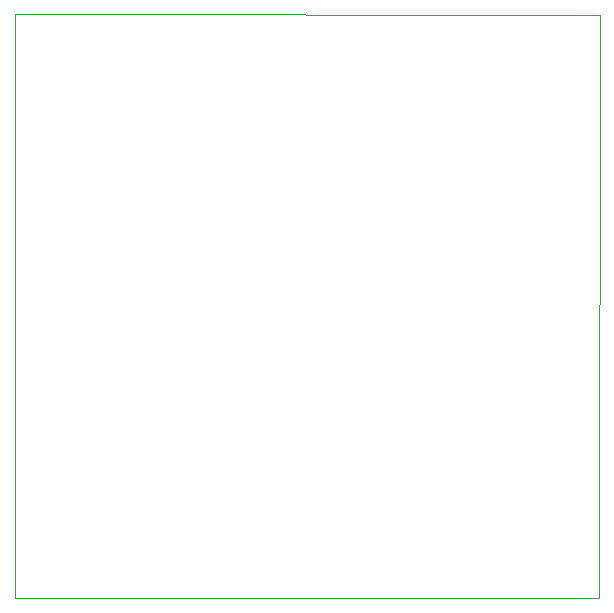
<source format=gbr>
%TF.GenerationSoftware,KiCad,Pcbnew,(5.1.6)-1*%
%TF.CreationDate,2020-09-08T22:29:01+07:00*%
%TF.ProjectId,Pixracer_clone,50697872-6163-4657-925f-636c6f6e652e,rev?*%
%TF.SameCoordinates,Original*%
%TF.FileFunction,Profile,NP*%
%FSLAX46Y46*%
G04 Gerber Fmt 4.6, Leading zero omitted, Abs format (unit mm)*
G04 Created by KiCad (PCBNEW (5.1.6)-1) date 2020-09-08 22:29:01*
%MOMM*%
%LPD*%
G01*
G04 APERTURE LIST*
%TA.AperFunction,Profile*%
%ADD10C,0.050000*%
%TD*%
G04 APERTURE END LIST*
D10*
X193750000Y-72425000D02*
X193725000Y-121800000D01*
X144275000Y-121825000D02*
X193725000Y-121800000D01*
X144300000Y-72400000D02*
X193750000Y-72425000D01*
X144250000Y-72400000D02*
X144300000Y-72400000D01*
X144250000Y-72725000D02*
X144250000Y-72400000D01*
X144250000Y-73025000D02*
X144250000Y-72725000D01*
X144250000Y-73025000D02*
X144275000Y-121825000D01*
M02*

</source>
